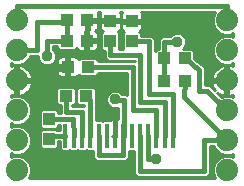
<source format=gbl>
G75*
%MOIN*%
%OFA0B0*%
%FSLAX24Y24*%
%IPPOS*%
%LPD*%
%AMOC8*
5,1,8,0,0,1.08239X$1,22.5*
%
%ADD10C,0.0740*%
%ADD11R,0.0157X0.0795*%
%ADD12R,0.0433X0.0394*%
%ADD13R,0.0394X0.0433*%
%ADD14C,0.0100*%
%ADD15C,0.0160*%
%ADD16C,0.0376*%
D10*
X000670Y001227D03*
X000670Y002227D03*
X000670Y003227D03*
X000670Y004227D03*
X000670Y005227D03*
X000670Y006227D03*
X007670Y006227D03*
X007670Y005227D03*
X007670Y004227D03*
X007670Y003227D03*
X007670Y002227D03*
X007670Y001227D03*
D11*
X005871Y002388D03*
X005595Y002388D03*
X005320Y002388D03*
X005044Y002388D03*
X004769Y002388D03*
X004493Y002388D03*
X004217Y002388D03*
X003942Y002388D03*
X003666Y002388D03*
X003391Y002388D03*
X003115Y002388D03*
X002839Y002388D03*
X002564Y002388D03*
X002288Y002388D03*
D12*
X002300Y003711D03*
X002969Y003711D03*
X003036Y004679D03*
X002367Y004679D03*
X002331Y005550D03*
X003001Y005550D03*
X003017Y006231D03*
X002347Y006231D03*
X005587Y004963D03*
X006257Y004963D03*
X006257Y004211D03*
X005587Y004211D03*
D13*
X004497Y005534D03*
X004497Y006203D03*
X003780Y006215D03*
X003780Y005546D03*
X001733Y002947D03*
X001733Y002278D03*
D14*
X001150Y001131D02*
X001082Y000966D01*
X007258Y000966D01*
X007190Y001131D01*
X007190Y001322D01*
X007263Y001499D01*
X007398Y001634D01*
X007575Y001707D01*
X007766Y001707D01*
X007874Y001662D01*
X007874Y001792D01*
X007766Y001747D01*
X007575Y001747D01*
X007398Y001820D01*
X007263Y001955D01*
X007229Y002037D01*
X007100Y002037D01*
X007100Y001124D01*
X006989Y001013D01*
X004690Y001013D01*
X004579Y001124D01*
X004579Y001880D01*
X004407Y001880D01*
X004407Y001648D01*
X004296Y001537D01*
X003312Y001537D01*
X003201Y001648D01*
X003201Y001880D01*
X002991Y001880D01*
X002977Y001894D01*
X002964Y001880D01*
X002715Y001880D01*
X002702Y001894D01*
X002688Y001880D01*
X002439Y001880D01*
X002426Y001894D01*
X002412Y001880D01*
X002164Y001880D01*
X002099Y001945D01*
X002099Y002198D01*
X002040Y002198D01*
X002040Y002016D01*
X001975Y001951D01*
X001491Y001951D01*
X001426Y002016D01*
X001426Y002540D01*
X001491Y002604D01*
X001975Y002604D01*
X002002Y002578D01*
X002099Y002578D01*
X002099Y002755D01*
X002040Y002756D01*
X002040Y002685D01*
X001975Y002621D01*
X001491Y002621D01*
X001426Y002685D01*
X001426Y003209D01*
X001491Y003274D01*
X001975Y003274D01*
X002040Y003209D01*
X002040Y003136D01*
X002130Y003136D01*
X002130Y003135D02*
X002040Y003136D01*
X002130Y003135D02*
X002130Y003404D01*
X002038Y003404D01*
X001973Y003469D01*
X001973Y003953D01*
X002038Y004018D01*
X002562Y004018D01*
X002627Y003953D01*
X002627Y003469D01*
X002562Y003404D01*
X002510Y003404D01*
X002510Y003365D01*
X002918Y003365D01*
X002921Y003363D01*
X002921Y003404D01*
X002707Y003404D01*
X002643Y003469D01*
X002643Y003953D01*
X002707Y004018D01*
X003231Y004018D01*
X003296Y003953D01*
X003296Y003653D01*
X003301Y003648D01*
X003301Y002896D01*
X003515Y002896D01*
X003528Y002882D01*
X003542Y002896D01*
X003761Y002896D01*
X003771Y002906D01*
X003805Y002926D01*
X003843Y002936D01*
X003942Y002936D01*
X003942Y002388D01*
X003942Y002388D01*
X003942Y002936D01*
X004035Y002936D01*
X004035Y003307D01*
X004005Y003295D01*
X003886Y003295D01*
X003777Y003340D01*
X003693Y003424D01*
X003648Y003534D01*
X003648Y003652D01*
X003693Y003762D01*
X003777Y003846D01*
X003886Y003891D01*
X004005Y003891D01*
X004115Y003846D01*
X004185Y003775D01*
X004304Y003775D01*
X004350Y003729D01*
X004350Y004486D01*
X003363Y004489D01*
X003363Y004437D01*
X003298Y004373D01*
X002774Y004373D01*
X002723Y004424D01*
X002703Y004390D01*
X002676Y004363D01*
X002641Y004343D01*
X002603Y004333D01*
X002415Y004333D01*
X002415Y004631D01*
X002319Y004631D01*
X002319Y004333D01*
X002131Y004333D01*
X002092Y004343D01*
X002058Y004363D01*
X002030Y004390D01*
X002011Y004425D01*
X002000Y004463D01*
X002000Y004631D01*
X002318Y004631D01*
X002318Y004728D01*
X002000Y004728D01*
X002000Y004896D01*
X002011Y004934D01*
X002030Y004968D01*
X002058Y004996D01*
X002092Y005016D01*
X002131Y005026D01*
X002319Y005026D01*
X002319Y004728D01*
X002415Y004728D01*
X002415Y005026D01*
X002603Y005026D01*
X002641Y005016D01*
X002676Y004996D01*
X002703Y004968D01*
X002723Y004935D01*
X002774Y004986D01*
X003298Y004986D01*
X003363Y004922D01*
X003363Y004869D01*
X004540Y004865D01*
X004590Y004865D01*
X004590Y004891D01*
X003709Y004891D01*
X003598Y005002D01*
X003598Y005219D01*
X003538Y005219D01*
X003473Y005283D01*
X003473Y005808D01*
X003525Y005859D01*
X003491Y005878D01*
X003463Y005906D01*
X003444Y005940D01*
X003433Y005979D01*
X003433Y006166D01*
X003732Y006166D01*
X003732Y006263D01*
X003433Y006263D01*
X003433Y006451D01*
X003444Y006489D01*
X003453Y006505D01*
X003361Y006505D01*
X003373Y006485D01*
X003443Y006485D01*
X003373Y006485D02*
X003383Y006447D01*
X003383Y006279D01*
X003065Y006279D01*
X003065Y006182D01*
X003065Y005896D01*
X003049Y005896D01*
X003049Y005598D01*
X002952Y005598D01*
X002952Y005884D01*
X002968Y005884D01*
X002968Y006182D01*
X003065Y006182D01*
X003383Y006182D01*
X003383Y006014D01*
X003373Y005976D01*
X003353Y005942D01*
X003325Y005914D01*
X003291Y005894D01*
X003268Y005888D01*
X003275Y005886D01*
X003309Y005866D01*
X003337Y005838D01*
X003357Y005804D01*
X003367Y005766D01*
X003367Y005598D01*
X003049Y005598D01*
X003049Y005501D01*
X003049Y005203D01*
X003237Y005203D01*
X003275Y005213D01*
X003309Y005233D01*
X003337Y005261D01*
X003357Y005295D01*
X003367Y005333D01*
X003367Y005501D01*
X003049Y005501D01*
X002952Y005501D01*
X002952Y005203D01*
X002765Y005203D01*
X002726Y005213D01*
X002692Y005233D01*
X002664Y005261D01*
X002645Y005294D01*
X002594Y005243D01*
X002069Y005243D01*
X002005Y005307D01*
X002005Y005360D01*
X001860Y005360D01*
X001860Y005257D01*
X001923Y005195D01*
X001968Y005085D01*
X001968Y004967D01*
X001923Y004857D01*
X001839Y004773D01*
X001729Y004728D01*
X001611Y004728D01*
X001501Y004773D01*
X001417Y004857D01*
X001372Y004967D01*
X001372Y005037D01*
X001111Y005037D01*
X001077Y004955D01*
X000942Y004820D01*
X000766Y004747D01*
X000575Y004747D01*
X000463Y004793D01*
X000463Y004705D01*
X000470Y004709D01*
X000548Y004734D01*
X000620Y004745D01*
X000620Y004277D01*
X000720Y004277D01*
X000720Y004745D01*
X000792Y004734D01*
X000870Y004709D01*
X000943Y004671D01*
X001009Y004623D01*
X001067Y004565D01*
X001115Y004499D01*
X001152Y004426D01*
X001177Y004348D01*
X001189Y004277D01*
X000720Y004277D01*
X000720Y004177D01*
X001189Y004177D01*
X001177Y004105D01*
X001152Y004027D01*
X001115Y003954D01*
X001067Y003888D01*
X001009Y003830D01*
X000943Y003782D01*
X000870Y003745D01*
X000792Y003719D01*
X000720Y003708D01*
X000720Y004177D01*
X000620Y004177D01*
X000620Y003708D01*
X000548Y003719D01*
X000470Y003745D01*
X000463Y003749D01*
X000462Y003660D01*
X000575Y003707D01*
X000766Y003707D01*
X000942Y003634D01*
X001077Y003499D01*
X001150Y003322D01*
X001150Y003131D01*
X001077Y002955D01*
X000942Y002820D01*
X000766Y002747D01*
X000575Y002747D01*
X000462Y002793D01*
X000462Y002660D01*
X000575Y002707D01*
X000766Y002707D01*
X000942Y002634D01*
X001077Y002499D01*
X001150Y002322D01*
X001150Y002131D01*
X001077Y001955D01*
X000942Y001820D01*
X000766Y001747D01*
X000575Y001747D01*
X000461Y001794D01*
X000461Y001660D01*
X000575Y001707D01*
X000766Y001707D01*
X000942Y001634D01*
X001077Y001499D01*
X001150Y001322D01*
X001150Y001131D01*
X001150Y001166D02*
X004579Y001166D01*
X004579Y001265D02*
X001150Y001265D01*
X001133Y001363D02*
X004579Y001363D01*
X004579Y001462D02*
X001092Y001462D01*
X001015Y001560D02*
X003288Y001560D01*
X003201Y001659D02*
X000881Y001659D01*
X000791Y001757D02*
X003201Y001757D01*
X003201Y001856D02*
X000978Y001856D01*
X001076Y001954D02*
X001488Y001954D01*
X001426Y002053D02*
X001118Y002053D01*
X001150Y002151D02*
X001426Y002151D01*
X001426Y002250D02*
X001150Y002250D01*
X001139Y002348D02*
X001426Y002348D01*
X001426Y002447D02*
X001099Y002447D01*
X001030Y002545D02*
X001431Y002545D01*
X001468Y002644D02*
X000918Y002644D01*
X000963Y002841D02*
X001426Y002841D01*
X001426Y002939D02*
X001061Y002939D01*
X001111Y003038D02*
X001426Y003038D01*
X001426Y003136D02*
X001150Y003136D01*
X001150Y003235D02*
X001452Y003235D01*
X001146Y003333D02*
X002130Y003333D01*
X002010Y003432D02*
X001105Y003432D01*
X001045Y003530D02*
X001973Y003530D01*
X001973Y003629D02*
X000947Y003629D01*
X000816Y003727D02*
X001973Y003727D01*
X001973Y003826D02*
X001003Y003826D01*
X001093Y003924D02*
X001973Y003924D01*
X002015Y004417D02*
X001155Y004417D01*
X001103Y004515D02*
X002000Y004515D01*
X002000Y004614D02*
X001018Y004614D01*
X000859Y004712D02*
X002318Y004712D01*
X002319Y004811D02*
X002415Y004811D01*
X002415Y004909D02*
X002319Y004909D01*
X002319Y005008D02*
X002415Y005008D01*
X002656Y005008D02*
X003598Y005008D01*
X003598Y005106D02*
X001959Y005106D01*
X001968Y005008D02*
X002078Y005008D01*
X002004Y004909D02*
X001944Y004909D01*
X002000Y004811D02*
X001876Y004811D01*
X001464Y004811D02*
X000920Y004811D01*
X001031Y004909D02*
X001396Y004909D01*
X001372Y005008D02*
X001099Y005008D01*
X000720Y004712D02*
X000620Y004712D01*
X000620Y004614D02*
X000720Y004614D01*
X000720Y004515D02*
X000620Y004515D01*
X000620Y004417D02*
X000720Y004417D01*
X000720Y004318D02*
X000620Y004318D01*
X000720Y004220D02*
X004350Y004220D01*
X004350Y004318D02*
X001182Y004318D01*
X001180Y004121D02*
X004350Y004121D01*
X004350Y004023D02*
X001150Y004023D01*
X000720Y004023D02*
X000620Y004023D01*
X000620Y003924D02*
X000720Y003924D01*
X000720Y003826D02*
X000620Y003826D01*
X000620Y003727D02*
X000720Y003727D01*
X000525Y003727D02*
X000463Y003727D01*
X000620Y004121D02*
X000720Y004121D01*
X000482Y004712D02*
X000463Y004712D01*
X001860Y005303D02*
X002009Y005303D01*
X001913Y005205D02*
X002757Y005205D01*
X002952Y005205D02*
X003049Y005205D01*
X003049Y005303D02*
X002952Y005303D01*
X002952Y005402D02*
X003049Y005402D01*
X003049Y005500D02*
X002952Y005500D01*
X002952Y005599D02*
X003049Y005599D01*
X003049Y005697D02*
X002952Y005697D01*
X002952Y005796D02*
X003049Y005796D01*
X003049Y005894D02*
X002968Y005894D01*
X002968Y005993D02*
X003065Y005993D01*
X003065Y006091D02*
X002968Y006091D01*
X003065Y006190D02*
X003732Y006190D01*
X003829Y006190D02*
X004448Y006190D01*
X004448Y006155D02*
X004150Y006155D01*
X004150Y005967D01*
X004160Y005929D01*
X004180Y005894D01*
X004085Y005894D01*
X004097Y005906D02*
X004117Y005940D01*
X004127Y005979D01*
X004127Y006166D01*
X003829Y006166D01*
X003829Y006263D01*
X004127Y006263D01*
X004127Y006451D01*
X004117Y006489D01*
X004108Y006505D01*
X004176Y006505D01*
X004160Y006477D01*
X004150Y006439D01*
X004150Y006251D01*
X004448Y006251D01*
X004448Y006155D01*
X004545Y006155D02*
X004545Y006251D01*
X004844Y006251D01*
X004844Y006439D01*
X004833Y006477D01*
X004817Y006505D01*
X007270Y006505D01*
X007263Y006499D01*
X007190Y006322D01*
X007190Y006131D01*
X007263Y005955D01*
X007398Y005820D01*
X007575Y005747D01*
X007766Y005747D01*
X007877Y005793D01*
X007877Y005661D01*
X007766Y005707D01*
X007575Y005707D01*
X007398Y005634D01*
X007263Y005499D01*
X007190Y005322D01*
X007190Y005131D01*
X007263Y004955D01*
X007398Y004820D01*
X007575Y004747D01*
X007766Y004747D01*
X007876Y004793D01*
X007876Y004705D01*
X007870Y004709D01*
X007792Y004734D01*
X007720Y004745D01*
X007720Y004277D01*
X007620Y004277D01*
X007620Y004745D01*
X007548Y004734D01*
X007470Y004709D01*
X007398Y004671D01*
X007331Y004623D01*
X007273Y004565D01*
X007225Y004499D01*
X007188Y004426D01*
X007163Y004348D01*
X007152Y004277D01*
X007620Y004277D01*
X007620Y004177D01*
X007152Y004177D01*
X007163Y004105D01*
X007188Y004027D01*
X007225Y003954D01*
X007263Y003903D01*
X007199Y003967D01*
X007087Y004078D01*
X006939Y004078D01*
X006939Y004503D01*
X006946Y004512D01*
X006939Y004580D01*
X006939Y004648D01*
X006930Y004656D01*
X006929Y004668D01*
X006876Y004711D01*
X006828Y004759D01*
X006815Y004759D01*
X006583Y004945D01*
X006583Y005205D01*
X006519Y005270D01*
X006194Y005270D01*
X006273Y005349D01*
X006319Y005459D01*
X006319Y005577D01*
X006273Y005687D01*
X006189Y005771D01*
X006080Y005816D01*
X005961Y005816D01*
X005852Y005771D01*
X005789Y005708D01*
X005509Y005708D01*
X005397Y005597D01*
X005397Y005270D01*
X005325Y005270D01*
X005264Y005209D01*
X005265Y005455D01*
X005266Y005455D01*
X005266Y005533D01*
X005266Y005612D01*
X005266Y005612D01*
X005266Y005612D01*
X005210Y005668D01*
X005155Y005723D01*
X005155Y005723D01*
X005154Y005724D01*
X005076Y005724D01*
X004998Y005724D01*
X004997Y005724D01*
X004804Y005724D01*
X004804Y005796D01*
X004752Y005847D01*
X004786Y005866D01*
X004814Y005894D01*
X004833Y005929D01*
X004844Y005967D01*
X004844Y006155D01*
X004545Y006155D01*
X004545Y006190D02*
X007190Y006190D01*
X007207Y006091D02*
X004844Y006091D01*
X004844Y005993D02*
X007247Y005993D01*
X007324Y005894D02*
X004813Y005894D01*
X004804Y005796D02*
X005912Y005796D01*
X006129Y005796D02*
X007456Y005796D01*
X007552Y005697D02*
X006263Y005697D01*
X006310Y005599D02*
X007363Y005599D01*
X007265Y005500D02*
X006319Y005500D01*
X006295Y005402D02*
X007223Y005402D01*
X007190Y005303D02*
X006227Y005303D01*
X006583Y005205D02*
X007190Y005205D01*
X007200Y005106D02*
X006583Y005106D01*
X006583Y005008D02*
X007241Y005008D01*
X007309Y004909D02*
X006628Y004909D01*
X006751Y004811D02*
X007420Y004811D01*
X007482Y004712D02*
X006875Y004712D01*
X006939Y004614D02*
X007322Y004614D01*
X007237Y004515D02*
X006946Y004515D01*
X006939Y004417D02*
X007185Y004417D01*
X007158Y004318D02*
X006939Y004318D01*
X006939Y004220D02*
X007620Y004220D01*
X007620Y004177D02*
X007720Y004177D01*
X007720Y003708D01*
X007792Y003719D01*
X007870Y003745D01*
X007876Y003748D01*
X007875Y003661D01*
X007766Y003707D01*
X007575Y003707D01*
X007493Y003673D01*
X007346Y003819D01*
X007398Y003782D01*
X007470Y003745D01*
X007548Y003719D01*
X007620Y003708D01*
X007620Y004177D01*
X007620Y004121D02*
X007720Y004121D01*
X007720Y004023D02*
X007620Y004023D01*
X007620Y003924D02*
X007720Y003924D01*
X007720Y003826D02*
X007620Y003826D01*
X007620Y003727D02*
X007720Y003727D01*
X007816Y003727D02*
X007876Y003727D01*
X007525Y003727D02*
X007438Y003727D01*
X007247Y003924D02*
X007241Y003924D01*
X007199Y003967D02*
X007199Y003967D01*
X007190Y004023D02*
X007143Y004023D01*
X007160Y004121D02*
X006939Y004121D01*
X007620Y004318D02*
X007720Y004318D01*
X007720Y004417D02*
X007620Y004417D01*
X007620Y004515D02*
X007720Y004515D01*
X007720Y004614D02*
X007620Y004614D01*
X007620Y004712D02*
X007720Y004712D01*
X007859Y004712D02*
X007876Y004712D01*
X007877Y005697D02*
X007788Y005697D01*
X007190Y006288D02*
X004844Y006288D01*
X004844Y006387D02*
X007217Y006387D01*
X007258Y006485D02*
X004829Y006485D01*
X004165Y006485D02*
X004118Y006485D01*
X004127Y006387D02*
X004150Y006387D01*
X004150Y006288D02*
X004127Y006288D01*
X004127Y006091D02*
X004150Y006091D01*
X004150Y005993D02*
X004127Y005993D01*
X004097Y005906D02*
X004069Y005878D01*
X004036Y005859D01*
X004087Y005808D01*
X004087Y005283D01*
X004075Y005271D01*
X004191Y005271D01*
X004190Y005272D01*
X004190Y005796D01*
X004241Y005847D01*
X004208Y005866D01*
X004180Y005894D01*
X004190Y005796D02*
X004087Y005796D01*
X004087Y005697D02*
X004190Y005697D01*
X004190Y005599D02*
X004087Y005599D01*
X004087Y005500D02*
X004190Y005500D01*
X004190Y005402D02*
X004087Y005402D01*
X004087Y005303D02*
X004190Y005303D01*
X003691Y004909D02*
X003363Y004909D01*
X003245Y005205D02*
X003598Y005205D01*
X003473Y005303D02*
X003359Y005303D01*
X003367Y005402D02*
X003473Y005402D01*
X003473Y005500D02*
X003367Y005500D01*
X003367Y005599D02*
X003473Y005599D01*
X003473Y005697D02*
X003367Y005697D01*
X003359Y005796D02*
X003473Y005796D01*
X003475Y005894D02*
X003291Y005894D01*
X003377Y005993D02*
X003433Y005993D01*
X003433Y006091D02*
X003383Y006091D01*
X003383Y006288D02*
X003433Y006288D01*
X003433Y006387D02*
X003383Y006387D01*
X005181Y005697D02*
X005498Y005697D01*
X005399Y005599D02*
X005266Y005599D01*
X005266Y005500D02*
X005397Y005500D01*
X005397Y005402D02*
X005265Y005402D01*
X005265Y005303D02*
X005397Y005303D01*
X004350Y004417D02*
X003342Y004417D01*
X003296Y003924D02*
X004350Y003924D01*
X004350Y003826D02*
X004134Y003826D01*
X003757Y003826D02*
X003296Y003826D01*
X003296Y003727D02*
X003679Y003727D01*
X003648Y003629D02*
X003301Y003629D01*
X003301Y003530D02*
X003649Y003530D01*
X003690Y003432D02*
X003301Y003432D01*
X003301Y003333D02*
X003794Y003333D01*
X004035Y003235D02*
X003301Y003235D01*
X003301Y003136D02*
X004035Y003136D01*
X004035Y003038D02*
X003301Y003038D01*
X003301Y002939D02*
X004035Y002939D01*
X003942Y002841D02*
X003942Y002841D01*
X003942Y002742D02*
X003942Y002742D01*
X003942Y002644D02*
X003942Y002644D01*
X003942Y002545D02*
X003942Y002545D01*
X003942Y002447D02*
X003942Y002447D01*
X003942Y002388D02*
X003855Y002388D01*
X003855Y002388D01*
X003942Y002388D01*
X003942Y002388D01*
X004407Y001856D02*
X004579Y001856D01*
X004579Y001757D02*
X004407Y001757D01*
X004407Y001659D02*
X004579Y001659D01*
X004579Y001560D02*
X004320Y001560D01*
X004635Y001068D02*
X001124Y001068D01*
X001083Y000969D02*
X007257Y000969D01*
X007216Y001068D02*
X007044Y001068D01*
X007100Y001166D02*
X007190Y001166D01*
X007190Y001265D02*
X007100Y001265D01*
X007100Y001363D02*
X007207Y001363D01*
X007248Y001462D02*
X007100Y001462D01*
X007100Y001560D02*
X007325Y001560D01*
X007459Y001659D02*
X007100Y001659D01*
X007100Y001757D02*
X007549Y001757D01*
X007362Y001856D02*
X007100Y001856D01*
X007100Y001954D02*
X007264Y001954D01*
X007791Y001757D02*
X007874Y001757D01*
X002680Y003432D02*
X002590Y003432D01*
X002627Y003530D02*
X002643Y003530D01*
X002643Y003629D02*
X002627Y003629D01*
X002627Y003727D02*
X002643Y003727D01*
X002643Y003826D02*
X002627Y003826D01*
X002627Y003924D02*
X002643Y003924D01*
X002719Y004417D02*
X002730Y004417D01*
X002415Y004417D02*
X002319Y004417D01*
X002319Y004515D02*
X002415Y004515D01*
X002415Y004614D02*
X002319Y004614D01*
X002130Y003235D02*
X002015Y003235D01*
X002040Y002742D02*
X002099Y002742D01*
X002099Y002644D02*
X001999Y002644D01*
X002040Y002151D02*
X002099Y002151D01*
X002099Y002053D02*
X002040Y002053D01*
X002099Y001954D02*
X001978Y001954D01*
X001426Y002742D02*
X000462Y002742D01*
X000461Y001757D02*
X000549Y001757D01*
D15*
X001733Y002278D02*
X001753Y002388D01*
X002288Y002388D01*
X002564Y002388D02*
X002552Y002943D01*
X001733Y002947D01*
X002320Y003175D02*
X002839Y003175D01*
X002839Y002388D01*
X003111Y002388D02*
X003111Y003569D01*
X002969Y003711D01*
X003469Y003427D02*
X003477Y004238D01*
X002359Y004238D01*
X002355Y004439D01*
X002367Y004679D01*
X002367Y004609D01*
X001339Y004609D01*
X001339Y004227D01*
X000670Y004227D01*
X001670Y005026D02*
X001670Y005550D01*
X002331Y005550D01*
X002355Y006231D01*
X002347Y006231D01*
X002347Y006183D01*
X001339Y006183D01*
X001339Y005227D01*
X000670Y005227D01*
X000670Y006227D02*
X000670Y006695D01*
X007682Y006695D01*
X007682Y006227D01*
X007670Y006227D01*
X007091Y006203D02*
X007091Y004219D01*
X007670Y004219D01*
X007670Y004227D01*
X007009Y003888D02*
X007670Y003227D01*
X007009Y003888D02*
X006749Y003888D01*
X006749Y004569D01*
X006257Y004963D01*
X006020Y005518D02*
X005587Y005518D01*
X005587Y004963D01*
X005568Y004207D01*
X005587Y004211D01*
X005863Y003762D02*
X005871Y002388D01*
X005595Y002388D02*
X005595Y003502D01*
X004780Y003502D01*
X004780Y005081D01*
X003788Y005081D01*
X003788Y005546D01*
X003780Y005546D01*
X003780Y006203D02*
X003780Y006215D01*
X003780Y006231D01*
X003017Y006231D01*
X003017Y005317D01*
X003001Y005550D01*
X003017Y005120D01*
X002367Y005120D01*
X002367Y004679D01*
X003036Y004679D02*
X004540Y004675D01*
X004540Y003227D01*
X005320Y003227D01*
X005320Y002388D01*
X005044Y002388D02*
X005044Y001593D01*
X005316Y001593D01*
X004769Y001203D02*
X006910Y001203D01*
X006910Y002227D01*
X007670Y002227D01*
X006237Y003660D01*
X006257Y004211D01*
X005863Y003762D02*
X005068Y003762D01*
X005076Y005534D01*
X004497Y005534D01*
X004497Y006203D02*
X003780Y006203D01*
X004497Y006203D02*
X007091Y006203D01*
X004225Y003585D02*
X003946Y003585D01*
X003946Y003593D01*
X004225Y003585D02*
X004225Y002388D01*
X004217Y002388D01*
X004217Y001727D01*
X003391Y001727D01*
X003391Y002388D01*
X003115Y002388D02*
X003111Y002388D01*
X003938Y002388D02*
X003938Y003156D01*
X003469Y003156D01*
X003469Y003427D01*
X003938Y002388D02*
X003942Y002388D01*
X004769Y002388D02*
X004769Y001203D01*
X002320Y003175D02*
X002320Y003711D01*
X002300Y003711D01*
D16*
X001670Y005026D03*
X003946Y003593D03*
X005316Y001593D03*
X006020Y005518D03*
M02*

</source>
